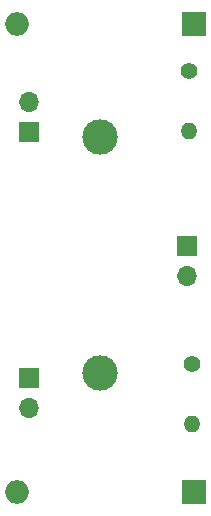
<source format=gbr>
%TF.GenerationSoftware,KiCad,Pcbnew,(6.0.8-1)-1*%
%TF.CreationDate,2023-05-30T17:25:45-07:00*%
%TF.ProjectId,SiPM_breakout,5369504d-5f62-4726-9561-6b6f75742e6b,rev?*%
%TF.SameCoordinates,Original*%
%TF.FileFunction,Soldermask,Bot*%
%TF.FilePolarity,Negative*%
%FSLAX46Y46*%
G04 Gerber Fmt 4.6, Leading zero omitted, Abs format (unit mm)*
G04 Created by KiCad (PCBNEW (6.0.8-1)-1) date 2023-05-30 17:25:45*
%MOMM*%
%LPD*%
G01*
G04 APERTURE LIST*
%ADD10R,2.000000X2.000000*%
%ADD11O,2.000000X2.000000*%
%ADD12C,1.400000*%
%ADD13O,1.400000X1.400000*%
%ADD14C,3.000000*%
%ADD15R,1.700000X1.700000*%
%ADD16O,1.700000X1.700000*%
G04 APERTURE END LIST*
D10*
%TO.C,C2*%
X93400000Y-78000000D03*
D11*
X78400000Y-78000000D03*
%TD*%
D10*
%TO.C,C1*%
X93400000Y-117642500D03*
D11*
X78400000Y-117642500D03*
%TD*%
D12*
%TO.C,R2*%
X93000000Y-82000000D03*
D13*
X93000000Y-87080000D03*
%TD*%
D12*
%TO.C,R1*%
X93200000Y-106800000D03*
D13*
X93200000Y-111880000D03*
%TD*%
D14*
%TO.C,H1*%
X85447000Y-87617000D03*
%TD*%
D15*
%TO.C,J2*%
X79400000Y-87200000D03*
D16*
X79400000Y-84660000D03*
%TD*%
D15*
%TO.C,J1*%
X79400000Y-108000000D03*
D16*
X79400000Y-110540000D03*
%TD*%
D14*
%TO.C,H2*%
X85400000Y-107600000D03*
%TD*%
D15*
%TO.C,J3*%
X92800000Y-96860000D03*
D16*
X92800000Y-99400000D03*
%TD*%
M02*

</source>
